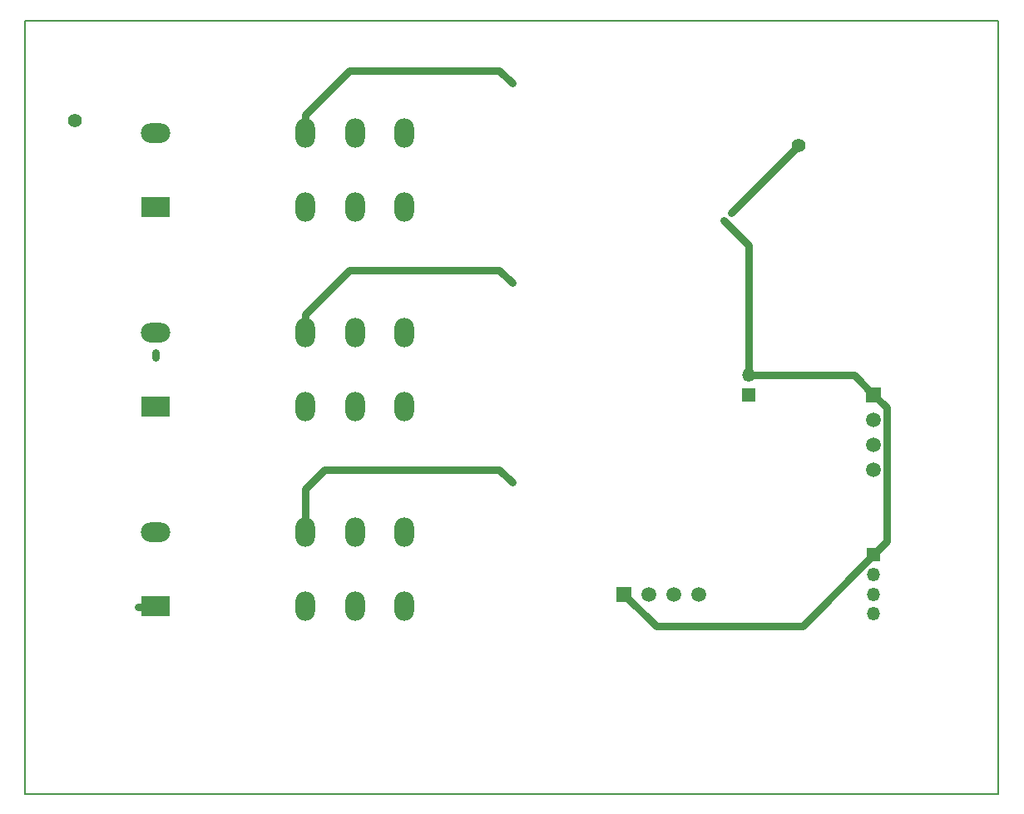
<source format=gbr>
%TF.GenerationSoftware,KiCad,Pcbnew,7.0.9*%
%TF.CreationDate,2023-12-03T00:18:19-03:00*%
%TF.ProjectId,E3,45332e6b-6963-4616-945f-706362585858,rev?*%
%TF.SameCoordinates,Original*%
%TF.FileFunction,Copper,L2,Inr*%
%TF.FilePolarity,Positive*%
%FSLAX46Y46*%
G04 Gerber Fmt 4.6, Leading zero omitted, Abs format (unit mm)*
G04 Created by KiCad (PCBNEW 7.0.9) date 2023-12-03 00:18:19*
%MOMM*%
%LPD*%
G01*
G04 APERTURE LIST*
%TA.AperFunction,NonConductor*%
%ADD10C,0.200000*%
%TD*%
%TA.AperFunction,ComponentPad*%
%ADD11C,1.400000*%
%TD*%
%TA.AperFunction,ComponentPad*%
%ADD12R,1.500000X1.500000*%
%TD*%
%TA.AperFunction,ComponentPad*%
%ADD13C,1.500000*%
%TD*%
%TA.AperFunction,ComponentPad*%
%ADD14O,2.000000X3.000000*%
%TD*%
%TA.AperFunction,ComponentPad*%
%ADD15R,3.000000X2.000000*%
%TD*%
%TA.AperFunction,ComponentPad*%
%ADD16O,3.000000X2.000000*%
%TD*%
%TA.AperFunction,ComponentPad*%
%ADD17R,1.350000X1.350000*%
%TD*%
%TA.AperFunction,ComponentPad*%
%ADD18O,1.350000X1.350000*%
%TD*%
%TA.AperFunction,Conductor*%
%ADD19C,0.800000*%
%TD*%
G04 APERTURE END LIST*
D10*
X78740000Y-33020000D02*
X177800000Y-33020000D01*
X177800000Y-111760000D01*
X78740000Y-111760000D01*
X78740000Y-33020000D01*
D11*
%TO.N,N/C*%
%TO.C,REF\u002A\u002A*%
X157480000Y-45720000D03*
%TD*%
%TO.N,N/C*%
%TO.C,REF\u002A\u002A*%
X83820000Y-43180000D03*
%TD*%
D12*
%TO.N,Net-(BT1-+)*%
%TO.C,U3*%
X165100000Y-71120000D03*
D13*
%TO.N,Net-(U1-PB1)*%
X165100000Y-73660000D03*
%TO.N,unconnected-(U3-NC-Pad3)*%
X165100000Y-76200000D03*
%TO.N,Earth*%
X165100000Y-78740000D03*
%TD*%
D12*
%TO.N,Net-(BT1-+)*%
%TO.C,U2*%
X139700000Y-91440000D03*
D13*
%TO.N,Net-(U1-PB0)*%
X142240000Y-91440000D03*
%TO.N,unconnected-(U2-NC-Pad3)*%
X144780000Y-91440000D03*
%TO.N,Earth*%
X147320000Y-91440000D03*
%TD*%
D14*
%TO.N,Net-(H4-Pad1)*%
%TO.C,K3*%
X112290000Y-92650000D03*
X112290000Y-85150000D03*
%TO.N,Net-(K3-Pad12)*%
X107250000Y-92650000D03*
X107250000Y-85150000D03*
%TO.N,Net-(H3-Pad1)*%
X117330000Y-92650000D03*
X117330000Y-85150000D03*
D15*
%TO.N,Net-(U1-PC5)*%
X91990000Y-92650000D03*
D16*
%TO.N,Net-(BT1--)*%
X91990000Y-85150000D03*
%TD*%
D14*
%TO.N,Net-(H2-Pad1)*%
%TO.C,K2*%
X112290000Y-72330000D03*
X112290000Y-64830000D03*
%TO.N,Net-(K2-Pad12)*%
X107250000Y-72330000D03*
X107250000Y-64830000D03*
%TO.N,Net-(H1-Pad1)*%
X117330000Y-72330000D03*
X117330000Y-64830000D03*
D15*
%TO.N,Net-(U1-PC3)*%
X91990000Y-72330000D03*
D16*
%TO.N,Net-(BT1--)*%
X91990000Y-64830000D03*
%TD*%
D14*
%TO.N,Net-(H6-Pad1)*%
%TO.C,K1*%
X112290000Y-52010000D03*
X112290000Y-44510000D03*
%TO.N,Net-(K1-Pad12)*%
X107250000Y-52010000D03*
X107250000Y-44510000D03*
%TO.N,Net-(H5-Pad1)*%
X117330000Y-52010000D03*
X117330000Y-44510000D03*
D15*
%TO.N,Net-(U1-PC4)*%
X91990000Y-52010000D03*
D16*
%TO.N,Net-(BT1--)*%
X91990000Y-44510000D03*
%TD*%
D17*
%TO.N,Earth*%
%TO.C,J5*%
X152400000Y-71120000D03*
D18*
%TO.N,Net-(BT1-+)*%
X152400000Y-69120000D03*
%TD*%
D17*
%TO.N,Net-(BT1-+)*%
%TO.C,J2*%
X165100000Y-87440000D03*
D18*
%TO.N,Earth*%
X165100000Y-89440000D03*
%TO.N,Net-(J2-Pin_3)*%
X165100000Y-91440000D03*
%TO.N,unconnected-(J2-Pin_4-Pad4)*%
X165100000Y-93440000D03*
%TD*%
D19*
%TO.N,*%
X157480000Y-45720000D02*
X150567107Y-52632893D01*
%TO.N,Net-(BT1-+)*%
X152400000Y-55880000D02*
X149860000Y-53340000D01*
X152400000Y-69120000D02*
X152400000Y-55880000D01*
X163100000Y-69120000D02*
X152400000Y-69120000D01*
X165100000Y-71120000D02*
X163100000Y-69120000D01*
X166450000Y-72470000D02*
X165100000Y-71120000D01*
X166450000Y-86090000D02*
X166450000Y-72470000D01*
X165100000Y-87440000D02*
X166450000Y-86090000D01*
X157825000Y-94715000D02*
X165100000Y-87440000D01*
X142975000Y-94715000D02*
X157825000Y-94715000D01*
X139700000Y-91440000D02*
X142975000Y-94715000D01*
%TO.N,Net-(K3-Pad12)*%
X127000000Y-78740000D02*
X128337919Y-80077919D01*
X109220000Y-78740000D02*
X127000000Y-78740000D01*
X107250000Y-85150000D02*
X107250000Y-80710000D01*
X107250000Y-80710000D02*
X109220000Y-78740000D01*
%TO.N,Net-(K2-Pad12)*%
X127000000Y-58420000D02*
X128337919Y-59757919D01*
X111760000Y-58420000D02*
X127000000Y-58420000D01*
X107250000Y-64830000D02*
X107250000Y-62930000D01*
X107250000Y-62930000D02*
X111760000Y-58420000D01*
%TO.N,Net-(K1-Pad12)*%
X127000000Y-38100000D02*
X128337919Y-39437919D01*
X111760000Y-38100000D02*
X127000000Y-38100000D01*
X107250000Y-42610000D02*
X111760000Y-38100000D01*
X107250000Y-44510000D02*
X107250000Y-42610000D01*
%TO.N,Net-(U1-PC5)*%
X91990000Y-92770000D02*
X90230000Y-92770000D01*
%TO.N,Net-(BT1--)*%
X91990000Y-67370000D02*
X91990000Y-66870000D01*
%TD*%
M02*

</source>
